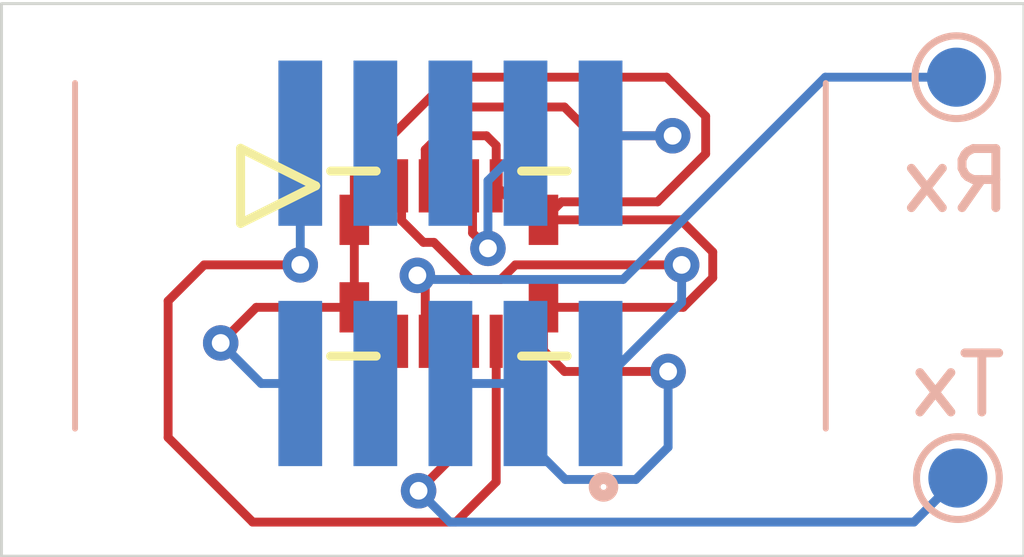
<source format=kicad_pcb>
(kicad_pcb (version 20241229) (generator "pcbnew") (generator_version "9.0")
  (layers (0 "F.Cu" signal) (2 "B.Cu" signal) (13 "F.Paste" user) (15 "B.Paste" user) (5 "F.SilkS" user "F.Silkscreen") (7 "B.SilkS" user "B.Silkscreen") (1 "F.Mask" user) (3 "B.Mask" user) (25 "Edge.Cuts" user))
  (net 0 "")
  (net 1 "GND")
  (net 2 "Net-(J3-UART_Rx)")
  (net 4 "Net-(J3-UART_Tx)")
  (net 6 "Net-(J1-VREF)")
  (net 7 "unconnected-(J1-TDO-Pad6)")
  (net 8 "Net-(J1-SWDCLK)")
  (net 9 "unconnected-(J1-TDI-Pad8)")
  (net 10 "Net-(J1-RSTN)")
  (net 11 "Net-(J1-SWDIO)")
  (footprint "perso_connector:CON_559099872" (layer "F.Cu") (at 133.045 88.5478)
    (property "Reference" "J3" (hide yes))
    (property "Value" "559099872" (hide yes))
    (fp_line (start -3.523996 -1.95) (end -3.523996 -0.68) (stroke (width 0.1524)) (layer "F.SilkS"))
    (fp_line (start -3.523996 -0.68) (end -2.253996 -1.315) (stroke (width 0.1524)) (layer "F.SilkS"))
    (fp_line (start -2.253996 -1.315) (end -3.523996 -1.95) (stroke (width 0.1524)) (layer "F.SilkS"))
    (fp_line (start -1.999996 1.565) (end -1.230041 1.565) (stroke (width 0.1524)) (layer "F.SilkS"))
    (fp_line (start -1.230041 -1.564999) (end -1.999996 -1.564999) (stroke (width 0.1524)) (layer "F.SilkS"))
    (fp_line (start 1.230041 1.565) (end 1.999996 1.565) (stroke (width 0.1524)) (layer "F.SilkS"))
    (fp_line (start 1.999996 -1.564999) (end 1.230041 -1.564999) (stroke (width 0.1524)) (layer "F.SilkS"))
    (pad "1" smd rect (at -0.800001 -1.314999) (size 0.22 0.9) (layers "F.Cu" "F.Mask" "F.Paste") (net 6 "Net-(J1-VREF)"))
    (pad "2" smd rect (at -0.399999 -1.314999) (size 0.22 0.9) (layers "F.Cu" "F.Mask" "F.Paste") (net 11 "Net-(J1-SWDIO)"))
    (pad "3" smd rect (at 0 -1.314999) (size 0.22 0.9) (layers "F.Cu" "F.Mask" "F.Paste") (net 1 "GND"))
    (pad "4" smd rect (at 0.399999 -1.314999) (size 0.22 0.9) (layers "F.Cu" "F.Mask" "F.Paste") (net 8 "Net-(J1-SWDCLK)"))
    (pad "5" smd rect (at 0.800001 -1.314999) (size 0.22 0.9) (layers "F.Cu" "F.Mask" "F.Paste") (net 1 "GND"))
    (pad "6" smd rect (at -0.800001 1.314999) (size 0.22 0.9) (layers "F.Cu" "F.Mask" "F.Paste"))
    (pad "7" smd rect (at -0.399999 1.314999) (size 0.22 0.9) (layers "F.Cu" "F.Mask" "F.Paste") (net 2 "Net-(J3-UART_Rx)"))
    (pad "8" smd rect (at 0 1.314999) (size 0.22 0.9) (layers "F.Cu" "F.Mask" "F.Paste") (net 4 "Net-(J3-UART_Tx)"))
    (pad "9" smd rect (at 0.399999 1.314999) (size 0.22 0.9) (layers "F.Cu" "F.Mask" "F.Paste"))
    (pad "10" smd rect (at 0.800001 1.314999) (size 0.22 0.9) (layers "F.Cu" "F.Mask" "F.Paste") (net 10 "Net-(J1-RSTN)"))
    (pad "P1" smd rect (at -1.6 0.74) (size 0.5 0.85) (layers "F.Cu" "F.Mask" "F.Paste") (net 1 "GND"))
    (pad "P2" smd rect (at 1.599997 0.74) (size 0.5 0.85) (layers "F.Cu" "F.Mask" "F.Paste") (net 1 "GND"))
    (pad "P3" smd rect (at -1.6 -0.74) (size 0.5 0.85) (layers "F.Cu" "F.Mask" "F.Paste") (net 1 "GND"))
    (pad "P4" smd rect (at 1.599997 -0.74) (size 0.5 0.85) (layers "F.Cu" "F.Mask" "F.Paste") (net 1 "GND"))
  )
  (footprint "TestPoint:TestPoint_Pad_D1.0mm" (layer "B.Cu") (at 141.6304 85.3948 180)
    (property "Reference" "Rx" (at 0 -1.7526 0) (layer "B.SilkS") (effects (justify mirror)))
    (property "Value" "UART Rx" (hide yes))
    (fp_circle (center 0 0) (end 0 -0.7) (stroke (width 0.12)) (fill no) (layer "B.SilkS"))
    (pad "1" smd circle (at 0 0 180) (size 1 1) (layers "B.Cu" "B.Mask") (net 2 "Net-(J3-UART_Rx)"))
  )
  (footprint "TestPoint:TestPoint_Pad_D1.0mm" (layer "B.Cu") (at 141.6558 92.1766 180)
    (property "Reference" "Tx" (at 0 1.5728 0) (layer "B.SilkS") (effects (justify mirror)))
    (property "Value" "UART Tx" (hide yes))
    (fp_circle (center 0 0) (end 0 -0.7) (stroke (width 0.12)) (fill no) (layer "B.SilkS"))
    (pad "1" smd circle (at 0 0 180) (size 1 1) (layers "B.Cu" "B.Mask") (net 4 "Net-(J3-UART_Tx)"))
  )
  (footprint "perso_connector:SHF-105-01-X-D-SM" (layer "B.Cu") (at 133.0706 88.5439 180)
    (property "Reference" "J1" (hide yes))
    (property "Value" "SHF-105-01-F-D-SM" (hide yes))
    (fp_line (start 6.35 3.05) (end 6.35 -2.795) (stroke (width 0.1)) (layer "B.SilkS"))
    (fp_line (start -6.35 -2.795) (end -6.35 3.05) (stroke (width 0.1)) (layer "B.SilkS"))
    (fp_circle (center -2.59 -3.7825) (end -2.59 -3.8325) (stroke (width 0.2)) (fill no) (layer "B.SilkS"))
    (pad "1" smd rect (at -2.54 -2.0325 180) (size 0.74 2.795) (layers "B.Cu" "B.Mask" "B.Paste") (net 6 "Net-(J1-VREF)"))
    (pad "2" smd rect (at -2.54 2.0325 180) (size 0.74 2.795) (layers "B.Cu" "B.Mask" "B.Paste") (net 11 "Net-(J1-SWDIO)"))
    (pad "3" smd rect (at -1.27 -2.0325 180) (size 0.74 2.795) (layers "B.Cu" "B.Mask" "B.Paste") (net 1 "GND"))
    (pad "4" smd rect (at -1.27 2.0325 180) (size 0.74 2.795) (layers "B.Cu" "B.Mask" "B.Paste") (net 8 "Net-(J1-SWDCLK)"))
    (pad "5" smd rect (at 0 -2.0325 180) (size 0.74 2.795) (layers "B.Cu" "B.Mask" "B.Paste") (net 1 "GND"))
    (pad "6" smd rect (at 0 2.0325 180) (size 0.74 2.795) (layers "B.Cu" "B.Mask" "B.Paste") (net 7 "unconnected-(J1-TDO-Pad6)"))
    (pad "7" smd rect (at 1.27 -2.0325 180) (size 0.74 2.795) (layers "B.Cu" "B.Mask" "B.Paste"))
    (pad "8" smd rect (at 1.27 2.0325 180) (size 0.74 2.795) (layers "B.Cu" "B.Mask" "B.Paste") (net 9 "unconnected-(J1-TDI-Pad8)"))
    (pad "9" smd rect (at 2.54 -2.0325 180) (size 0.74 2.795) (layers "B.Cu" "B.Mask" "B.Paste") (net 1 "GND"))
    (pad "10" smd rect (at 2.54 2.0325 180) (size 0.74 2.795) (layers "B.Cu" "B.Mask" "B.Paste") (net 10 "Net-(J1-RSTN)"))
  )
  (gr_rect (start 125.476 84.1502) (end 142.7734 93.4974) (stroke (width 0.05)) (fill no) (layer "Edge.Cuts"))
  (segment (start 131.445 87.0208) (end 133.071 85.3948) (width 0.15) (layer "F.Cu") (net 1))
  (segment (start 136.5758 87.503) (end 134.949797 87.503) (width 0.15) (layer "F.Cu") (net 1))
  (segment (start 137.3886 86.6902) (end 136.5758 87.503) (width 0.15) (layer "F.Cu") (net 1))
  (segment (start 131.445 89.2878) (end 129.7872 89.2878) (width 0.15) (layer "F.Cu") (net 1))
  (segment (start 137.3886 86.0552) (end 137.3886 86.6902) (width 0.15) (layer "F.Cu") (net 1))
  (segment (start 134.949797 87.503) (end 134.644997 87.8078) (width 0.15) (layer "F.Cu") (net 1))
  (segment (start 134.644997 89.2878) (end 134.644997 90.017197) (width 0.15) (layer "F.Cu") (net 1))
  (segment (start 133.306079 86.3854) (end 133.6802 86.3854) (width 0.15) (layer "F.Cu") (net 1))
  (segment (start 136.964077 87.8078) (end 137.5082 88.351923) (width 0.15) (layer "F.Cu") (net 1))
  (segment (start 131.445 89.2878) (end 131.445 87.8078) (width 0.15) (layer "F.Cu") (net 1))
  (segment (start 131.445 87.8078) (end 131.445 87.0208) (width 0.15) (layer "F.Cu") (net 1))
  (segment (start 129.7872 89.2878) (end 129.1844 89.8906) (width 0.15) (layer "F.Cu") (net 1))
  (segment (start 134.644997 90.017197) (end 135.001 90.3732) (width 0.15) (layer "F.Cu") (net 1))
  (segment (start 133.6802 86.3854) (end 133.845001 86.550201) (width 0.15) (layer "F.Cu") (net 1))
  (segment (start 134.644997 87.8078) (end 136.964077 87.8078) (width 0.15) (layer "F.Cu") (net 1))
  (segment (start 134.644997 87.8078) (end 134.42 87.8078) (width 0.15) (layer "F.Cu") (net 1))
  (segment (start 134.42 87.8078) (end 133.845001 87.232801) (width 0.15) (layer "F.Cu") (net 1))
  (segment (start 133.071 85.3948) (end 136.7282 85.3948) (width 0.15) (layer "F.Cu") (net 1))
  (segment (start 136.7282 85.3948) (end 137.3886 86.0552) (width 0.15) (layer "F.Cu") (net 1))
  (segment (start 137.5082 88.351923) (end 137.5082 88.787677) (width 0.15) (layer "F.Cu") (net 1))
  (segment (start 133.845001 86.550201) (end 133.845001 87.232801) (width 0.15) (layer "F.Cu") (net 1))
  (segment (start 137.5082 88.787677) (end 137.008077 89.2878) (width 0.15) (layer "F.Cu") (net 1))
  (segment (start 135.001 90.3732) (end 136.7536 90.3732) (width 0.15) (layer "F.Cu") (net 1))
  (segment (start 137.008077 89.2878) (end 134.644997 89.2878) (width 0.15) (layer "F.Cu") (net 1))
  (segment (start 133.045 87.232801) (end 133.045 86.646479) (width 0.15) (layer "F.Cu") (net 1))
  (segment (start 133.045 86.646479) (end 133.306079 86.3854) (width 0.15) (layer "F.Cu") (net 1))
  (via (at 129.1844 89.8906) (size 0.6) (drill 0.3) (layers "F.Cu" "B.Cu") (net 1))
  (via (at 136.7536 90.3732) (size 0.6) (drill 0.3) (layers "F.Cu" "B.Cu") (net 1))
  (segment (start 129.1844 89.8906) (end 129.8702 90.5764) (width 0.15) (layer "B.Cu") (net 1))
  (segment (start 133.0706 90.5764) (end 134.3406 90.5764) (width 0.15) (layer "B.Cu") (net 1))
  (segment (start 129.8702 90.5764) (end 130.5306 90.5764) (width 0.15) (layer "B.Cu") (net 1))
  (segment (start 135.0146 92.1999) (end 134.3406 91.5259) (width 0.15) (layer "B.Cu") (net 1))
  (segment (start 136.7536 91.6529) (end 136.2066 92.1999) (width 0.15) (layer "B.Cu") (net 1))
  (segment (start 136.7536 90.3732) (end 136.7536 91.6529) (width 0.15) (layer "B.Cu") (net 1))
  (segment (start 136.2066 92.1999) (end 135.0146 92.1999) (width 0.15) (layer "B.Cu") (net 1))
  (segment (start 134.3406 91.5259) (end 134.3406 90.5764) (width 0.15) (layer "B.Cu") (net 1))
  (segment (start 132.645001 88.880801) (end 132.5118 88.7476) (width 0.15) (layer "F.Cu") (net 2))
  (segment (start 132.645001 89.862799) (end 132.645001 88.880801) (width 0.15) (layer "F.Cu") (net 2))
  (via (at 132.5118 88.7476) (size 0.6) (drill 0.3) (layers "F.Cu" "B.Cu") (net 2))
  (segment (start 135.991723 88.8164) (end 139.413323 85.3948) (width 0.15) (layer "B.Cu") (net 2))
  (segment (start 132.5118 88.7476) (end 132.5806 88.8164) (width 0.15) (layer "B.Cu") (net 2))
  (segment (start 139.413323 85.3948) (end 141.6304 85.3948) (width 0.15) (layer "B.Cu") (net 2))
  (segment (start 132.5806 88.8164) (end 135.991723 88.8164) (width 0.15) (layer "B.Cu") (net 2))
  (segment (start 133.045 89.862799) (end 133.045 91.87831) (width 0.15) (layer "F.Cu") (net 4))
  (segment (start 133.045 91.87831) (end 132.532133 92.391177) (width 0.15) (layer "F.Cu") (net 4))
  (via (at 132.532133 92.391177) (size 0.6) (drill 0.3) (layers "F.Cu" "B.Cu") (net 4))
  (segment (start 133.062356 92.9214) (end 140.911 92.9214) (width 0.15) (layer "B.Cu") (net 4))
  (segment (start 132.532133 92.391177) (end 133.062356 92.9214) (width 0.15) (layer "B.Cu") (net 4))
  (segment (start 140.911 92.9214) (end 141.6558 92.1766) (width 0.15) (layer "B.Cu") (net 4))
  (segment (start 132.7912 88.1888) (end 132.6134 88.1888) (width 0.15) (layer "F.Cu") (net 6))
  (segment (start 134.170077 88.5698) (end 133.923477 88.8164) (width 0.15) (layer "F.Cu") (net 6))
  (segment (start 133.923477 88.8164) (end 133.4188 88.8164) (width 0.15) (layer "F.Cu") (net 6))
  (segment (start 132.6134 88.1888) (end 132.244999 87.820399) (width 0.15) (layer "F.Cu") (net 6))
  (segment (start 132.244999 87.820399) (end 132.244999 87.232801) (width 0.15) (layer "F.Cu") (net 6))
  (segment (start 136.9822 88.5698) (end 134.170077 88.5698) (width 0.15) (layer "F.Cu") (net 6))
  (segment (start 133.4188 88.8164) (end 132.7912 88.1888) (width 0.15) (layer "F.Cu") (net 6))
  (via (at 136.9822 88.5698) (size 0.6) (drill 0.3) (layers "F.Cu" "B.Cu") (net 6))
  (segment (start 136.9822 89.2048) (end 135.6106 90.5764) (width 0.15) (layer "B.Cu") (net 6))
  (segment (start 136.9822 88.5698) (end 136.9822 89.2048) (width 0.15) (layer "B.Cu") (net 6))
  (segment (start 133.0452 86.5886) (end 133.0452 85.8366) (width 0.15) (layer "B.Cu") (net 7))
  (segment (start 133.444999 88.029799) (end 133.7056 88.2904) (width 0.15) (layer "F.Cu") (net 8))
  (segment (start 133.444999 87.232801) (end 133.444999 88.029799) (width 0.15) (layer "F.Cu") (net 8))
  (via (at 133.7056 88.2904) (size 0.6) (drill 0.3) (layers "F.Cu" "B.Cu") (net 8))
  (segment (start 133.7056 87.1464) (end 134.3406 86.5114) (width 0.15) (layer "B.Cu") (net 8))
  (segment (start 134.0622 86.233) (end 134.3406 86.5114) (width 0.15) (layer "B.Cu") (net 8))
  (segment (start 133.7056 88.2904) (end 133.7056 87.1464) (width 0.15) (layer "B.Cu") (net 8))
  (segment (start 131.671138 86.692662) (end 131.7752 86.5886) (width 0.15) (layer "B.Cu") (net 9))
  (segment (start 128.905 88.5698) (end 128.2954 89.1794) (width 0.15) (layer "F.Cu") (net 10))
  (segment (start 129.726 92.9214) (end 133.164 92.9214) (width 0.15) (layer "F.Cu") (net 10))
  (segment (start 128.2954 89.1794) (end 128.2954 91.4908) (width 0.15) (layer "F.Cu") (net 10))
  (segment (start 133.845001 92.240399) (end 133.845001 89.862799) (width 0.15) (layer "F.Cu") (net 10))
  (segment (start 130.5306 88.5698) (end 128.905 88.5698) (width 0.15) (layer "F.Cu") (net 10))
  (segment (start 133.164 92.9214) (end 133.845001 92.240399) (width 0.15) (layer "F.Cu") (net 10))
  (segment (start 128.2954 91.4908) (end 129.726 92.9214) (width 0.15) (layer "F.Cu") (net 10))
  (via (at 130.5306 88.5698) (size 0.6) (drill 0.3) (layers "F.Cu" "B.Cu") (net 10))
  (segment (start 130.5306 88.5698) (end 130.4544 88.4936) (width 0.15) (layer "B.Cu") (net 10))
  (segment (start 130.5306 86.5114) (end 130.5306 88.5698) (width 0.15) (layer "B.Cu") (net 10))
  (segment (start 130.51 86.59) (end 130.51 87.442) (width 0.15) (layer "B.Cu") (net 10))
  (segment (start 136.8298 86.3854) (end 135.4846 86.3854) (width 0.15) (layer "F.Cu") (net 11))
  (segment (start 133.366801 85.899) (end 132.645001 86.6208) (width 0.15) (layer "F.Cu") (net 11))
  (segment (start 132.645001 86.6208) (end 132.645001 87.232801) (width 0.15) (layer "F.Cu") (net 11))
  (segment (start 135.4846 86.3854) (end 134.9982 85.899) (width 0.15) (layer "F.Cu") (net 11))
  (segment (start 134.9982 85.899) (end 133.366801 85.899) (width 0.15) (layer "F.Cu") (net 11))
  (via (at 136.8298 86.3854) (size 0.6) (drill 0.3) (layers "F.Cu" "B.Cu") (net 11))
  (segment (start 136.8298 86.3854) (end 135.7366 86.3854) (width 0.15) (layer "B.Cu") (net 11))
  (segment (start 135.7366 86.3854) (end 135.6106 86.5114) (width 0.15) (layer "B.Cu") (net 11))
  (segment (start 135.5852 85.7586) (end 135.5852 86.5886) (width 0.15) (layer "B.Cu") (net 11))
)
</source>
